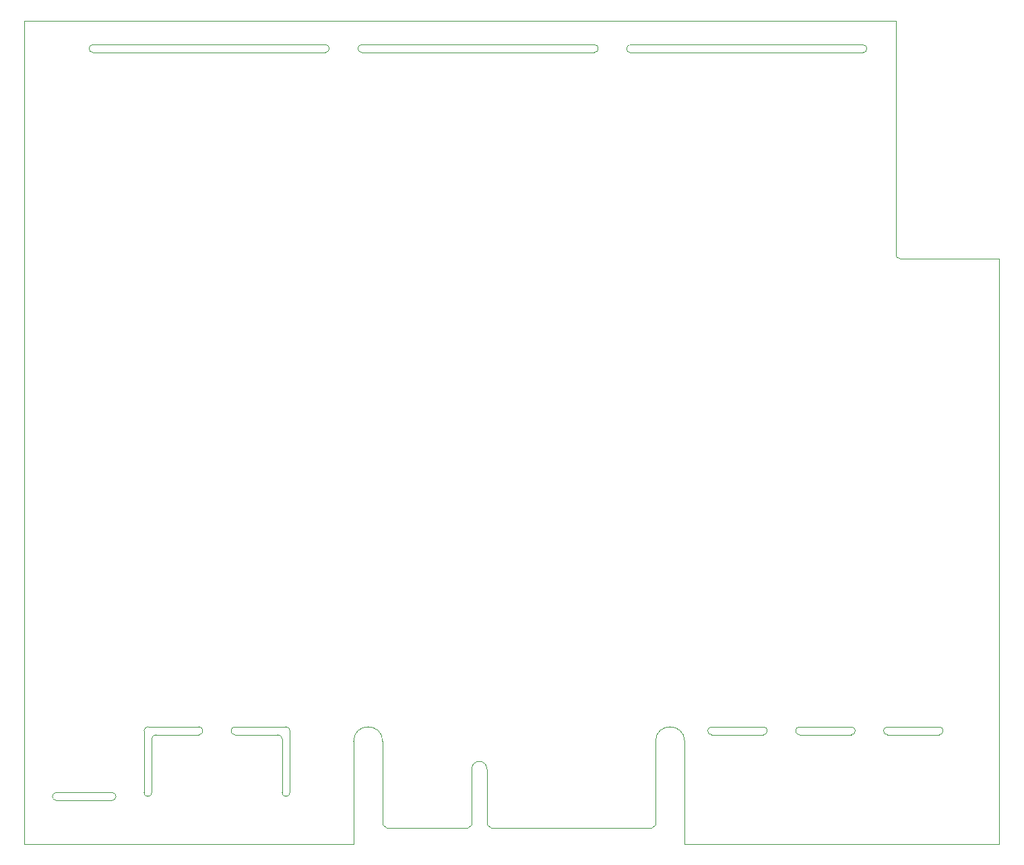
<source format=gm1>
%TF.GenerationSoftware,KiCad,Pcbnew,9.0.3*%
%TF.CreationDate,2026-01-22T12:55:43-05:00*%
%TF.ProjectId,Thunderscope_Rev5.3,5468756e-6465-4727-9363-6f70655f5265,rev?*%
%TF.SameCoordinates,PX52f8807PY958a210*%
%TF.FileFunction,Profile,NP*%
%FSLAX45Y45*%
G04 Gerber Fmt 4.5, Leading zero omitted, Abs format (unit mm)*
G04 Created by KiCad (PCBNEW 9.0.3) date 2026-01-22 12:55:43*
%MOMM*%
%LPD*%
G01*
G04 APERTURE LIST*
%TA.AperFunction,Profile*%
%ADD10C,0.050000*%
%TD*%
G04 APERTURE END LIST*
D10*
X4550000Y200000D02*
X5570000Y200000D01*
X9285000Y1475000D02*
G75*
G02*
X9285000Y1375000I1J-50000D01*
G01*
X0Y10350000D02*
X10950000Y10350000D01*
X3779999Y10050000D02*
G75*
G02*
X3779999Y9950000I1J-50000D01*
G01*
X7614976Y9947518D02*
G75*
G02*
X7614976Y10047482I5J49982D01*
G01*
X1600000Y650000D02*
G75*
G02*
X1500000Y650000I-50000J0D01*
G01*
X1600000Y1325000D02*
G75*
G02*
X1650000Y1375001I49991J10D01*
G01*
X12250000Y7360000D02*
X12250000Y0D01*
X10845000Y1375000D02*
G75*
G02*
X10845000Y1475000I1J50000D01*
G01*
X4135000Y1292500D02*
G75*
G02*
X4500000Y1292500I182500J0D01*
G01*
X7614980Y9947518D02*
X10534532Y9947501D01*
X9740000Y1475000D02*
X10390000Y1475000D01*
X3235000Y1325000D02*
X3235000Y650000D01*
X10390000Y1475000D02*
G75*
G02*
X10390000Y1375000I1J-50000D01*
G01*
X2646127Y1374999D02*
G75*
G02*
X2643624Y1475001I-1246J50001D01*
G01*
X7930000Y1292500D02*
G75*
G02*
X8295000Y1292500I182500J0D01*
G01*
X1500000Y1425000D02*
G75*
G02*
X1549999Y1474990I49991J0D01*
G01*
X860000Y9950000D02*
G75*
G02*
X860000Y10050000I1J50000D01*
G01*
X11495000Y1375000D02*
X10845000Y1375000D01*
X7159999Y9950000D02*
X4240000Y9950000D01*
X400000Y550000D02*
G75*
G02*
X400000Y650000I1J50000D01*
G01*
X10950000Y7410000D02*
X10950000Y10350000D01*
X3335000Y650000D02*
G75*
G02*
X3235000Y650000I-50000J0D01*
G01*
X1100000Y650000D02*
G75*
G02*
X1100000Y550000I1J-50000D01*
G01*
X9285000Y1375000D02*
X8635000Y1375000D01*
X11495000Y1475000D02*
G75*
G02*
X11495000Y1375000I1J-50000D01*
G01*
X8295000Y0D02*
X12250000Y0D01*
X7930000Y250000D02*
X7930000Y1292500D01*
X860000Y10050000D02*
X3779999Y10050000D01*
X10845000Y1475000D02*
X11495000Y1475000D01*
X1500000Y650000D02*
X1500000Y1425000D01*
X5620000Y250000D02*
X5620000Y945000D01*
X1600000Y1325000D02*
X1600000Y650000D01*
X4240000Y9950000D02*
G75*
G02*
X4240000Y10050000I1J50000D01*
G01*
X2188874Y1374999D02*
X1650000Y1375001D01*
X8635000Y1375000D02*
G75*
G02*
X8635000Y1475000I1J50000D01*
G01*
X400000Y650000D02*
X1100000Y650000D01*
X8295000Y0D02*
X8295000Y1292500D01*
X3285002Y1474997D02*
G75*
G02*
X3335007Y1425000I-1J-50007D01*
G01*
X4500000Y250000D02*
X4500000Y1292500D01*
X7880000Y200000D02*
X7930000Y250000D01*
X10535001Y10047501D02*
G75*
G02*
X10535001Y9947499I0J-50001D01*
G01*
X11000000Y7360000D02*
G75*
G02*
X10950001Y7410000I1J50000D01*
G01*
X4135000Y0D02*
X4135000Y1292500D01*
X0Y0D02*
X4135000Y0D01*
X0Y10350000D02*
X0Y0D01*
X5570000Y200000D02*
X5620000Y250000D01*
X10390000Y1375000D02*
X9740000Y1375000D01*
X8635000Y1475000D02*
X9285000Y1475000D01*
X5810000Y250000D02*
X5860000Y200000D01*
X5860000Y200000D02*
X7880000Y200000D01*
X10535001Y10047501D02*
X7614976Y10047482D01*
X3780000Y9950000D02*
X860000Y9950000D01*
X4240000Y10050000D02*
X7159999Y10050000D01*
X12250000Y7360000D02*
X11000000Y7360000D01*
X4500000Y250000D02*
X4550000Y200000D01*
X3335000Y650000D02*
X3335001Y1425000D01*
X2646127Y1374999D02*
X3185001Y1375001D01*
X5810000Y250000D02*
X5810000Y945000D01*
X7159999Y10050000D02*
G75*
G02*
X7159999Y9950000I1J-50000D01*
G01*
X5620000Y945000D02*
G75*
G02*
X5810000Y945000I95000J0D01*
G01*
X1550001Y1475000D02*
X2191376Y1474999D01*
X2191376Y1474999D02*
G75*
G02*
X2188874Y1375000I-1255J-49999D01*
G01*
X9740000Y1375000D02*
G75*
G02*
X9740000Y1475000I1J50000D01*
G01*
X3285000Y1475000D02*
X2643624Y1474999D01*
X1100000Y550000D02*
X400000Y550000D01*
X3185001Y1375001D02*
G75*
G02*
X3235001Y1325000I10J-49991D01*
G01*
M02*

</source>
